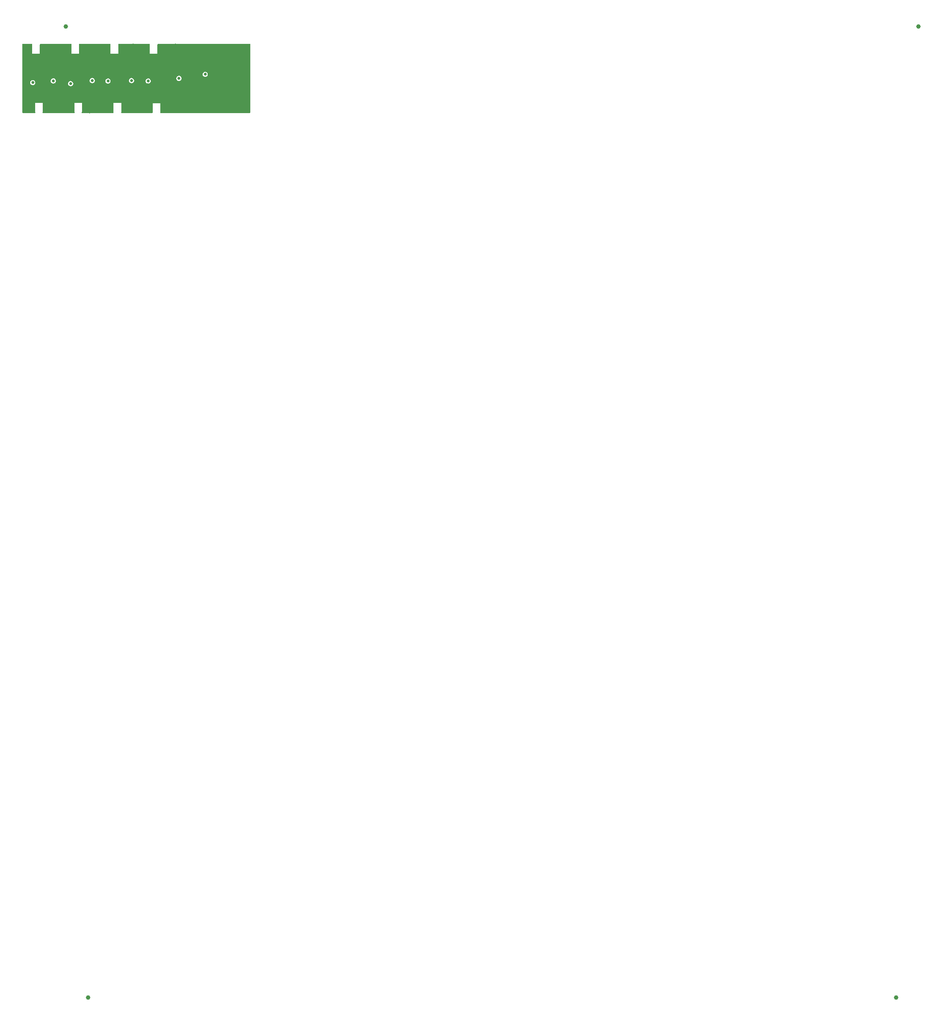
<source format=gbl>
G04 Layer: BottomLayer*
G04 EasyEDA v6.4.25, 2021-09-22T10:20:37+05:30*
G04 774fefb5d2d343239ab63bc48f8a28e3,f7b9aed3ca5c4f10b20383f968238e49,10*
G04 Gerber Generator version 0.2*
G04 Scale: 100 percent, Rotated: No, Reflected: No *
G04 Dimensions in inches *
G04 leading zeros omitted , absolute positions ,3 integer and 6 decimal *
%FSLAX36Y36*%
%MOIN*%

%ADD14C,0.0250*%
%ADD26C,0.0394*%

%LPD*%
G36*
X13839Y9840D02*
G01*
X12320Y10140D01*
X11020Y11020D01*
X10140Y12320D01*
X9840Y13839D01*
X9840Y615720D01*
X10140Y617260D01*
X11020Y618540D01*
X12320Y619420D01*
X13839Y619720D01*
X91780Y619720D01*
X93280Y619420D01*
X94560Y618600D01*
X95420Y617340D01*
X95760Y615860D01*
X95200Y612660D01*
X95200Y550600D01*
X95399Y549200D01*
X95399Y533100D01*
X95800Y532720D01*
X100900Y532720D01*
X102300Y532920D01*
X162399Y532920D01*
X163320Y533540D01*
X163400Y533900D01*
X163400Y611600D01*
X163560Y612700D01*
X164020Y613720D01*
X163500Y615300D01*
X163680Y616960D01*
X164500Y618400D01*
X165859Y619380D01*
X167480Y619720D01*
X437400Y619720D01*
X438900Y619420D01*
X440180Y618600D01*
X441040Y617340D01*
X441400Y615860D01*
X441160Y614360D01*
X440840Y613500D01*
X440680Y612280D01*
X440680Y550240D01*
X440880Y548840D01*
X440880Y532740D01*
X441280Y532340D01*
X446400Y532340D01*
X447800Y532540D01*
X507900Y532540D01*
X508820Y533180D01*
X508880Y533540D01*
X508880Y611220D01*
X509040Y612320D01*
X509400Y613500D01*
X508760Y615100D01*
X508860Y616800D01*
X509680Y618320D01*
X511040Y619360D01*
X512720Y619720D01*
X782980Y619720D01*
X784479Y619420D01*
X785759Y618600D01*
X786640Y617340D01*
X786979Y615860D01*
X786740Y614360D01*
X786460Y613600D01*
X786320Y612400D01*
X786320Y550340D01*
X786520Y548940D01*
X786520Y532840D01*
X786900Y532460D01*
X792020Y532460D01*
X793420Y532660D01*
X853520Y532660D01*
X854440Y533280D01*
X854520Y533640D01*
X854520Y611320D01*
X854659Y612440D01*
X855080Y613500D01*
X854460Y615100D01*
X854560Y616800D01*
X855380Y618320D01*
X856740Y619360D01*
X858420Y619720D01*
X1127980Y619720D01*
X1129480Y619420D01*
X1130760Y618600D01*
X1131620Y617340D01*
X1131980Y615860D01*
X1131560Y613080D01*
X1131560Y551040D01*
X1131760Y549640D01*
X1131760Y533540D01*
X1132160Y533140D01*
X1137260Y533140D01*
X1138660Y533340D01*
X1198760Y533340D01*
X1199680Y533960D01*
X1199760Y534340D01*
X1199760Y612020D01*
X1199920Y613120D01*
X1200360Y614140D01*
X1200200Y614880D01*
X1200220Y616660D01*
X1201000Y618240D01*
X1202400Y619320D01*
X1204120Y619720D01*
X2013360Y619720D01*
X2014880Y619420D01*
X2016180Y618540D01*
X2017060Y617260D01*
X2017360Y615720D01*
X2017360Y13839D01*
X2017060Y12320D01*
X2016180Y11020D01*
X2014880Y10140D01*
X2013360Y9840D01*
X1228380Y9840D01*
X1226720Y10200D01*
X1225360Y11220D01*
X1224540Y12720D01*
X1224440Y14420D01*
X1225100Y16379D01*
X1225100Y94060D01*
X1225260Y95140D01*
X1225680Y96140D01*
X1225420Y96199D01*
X1209420Y96199D01*
X1207220Y96700D01*
X1157340Y96700D01*
X1157060Y96340D01*
X1156900Y95140D01*
X1156900Y33080D01*
X1157100Y31680D01*
X1157100Y15580D01*
X1157300Y14620D01*
X1157260Y12880D01*
X1156460Y11299D01*
X1155080Y10220D01*
X1153380Y9840D01*
X882720Y9840D01*
X881200Y10140D01*
X879900Y11020D01*
X879020Y12320D01*
X878720Y13839D01*
X879020Y15380D01*
X880300Y17180D01*
X880380Y17540D01*
X880380Y95220D01*
X880520Y96300D01*
X880939Y97300D01*
X864700Y97340D01*
X862480Y97840D01*
X812620Y97840D01*
X812320Y97500D01*
X812180Y96300D01*
X812180Y34240D01*
X812380Y32840D01*
X812380Y16740D01*
X813280Y14460D01*
X813180Y12760D01*
X812380Y11240D01*
X811000Y10220D01*
X809320Y9840D01*
X534780Y9840D01*
X533160Y10200D01*
X531800Y11180D01*
X530980Y12620D01*
X530800Y14300D01*
X531340Y15880D01*
X532460Y17100D01*
X535060Y18160D01*
X535320Y18820D01*
X535320Y96500D01*
X535480Y97579D01*
X535900Y98580D01*
X535640Y98640D01*
X519660Y98640D01*
X517440Y99140D01*
X467560Y99140D01*
X467280Y98780D01*
X467120Y97579D01*
X467120Y35520D01*
X467320Y34120D01*
X467320Y18020D01*
X467400Y17680D01*
X468820Y16920D01*
X469840Y15640D01*
X470260Y14080D01*
X470020Y12480D01*
X469180Y11100D01*
X467860Y10180D01*
X466260Y9840D01*
X189640Y9840D01*
X188039Y10180D01*
X186700Y11140D01*
X185859Y12540D01*
X185660Y14180D01*
X186140Y15740D01*
X187200Y17000D01*
X189040Y17980D01*
X189300Y18640D01*
X189300Y96340D01*
X189460Y97400D01*
X189880Y98400D01*
X189620Y98460D01*
X173640Y98460D01*
X171420Y98960D01*
X121540Y98960D01*
X121260Y98620D01*
X121100Y97400D01*
X121100Y35340D01*
X121300Y33960D01*
X121300Y17840D01*
X123059Y15960D01*
X123620Y14360D01*
X123480Y12680D01*
X122660Y11200D01*
X121300Y10200D01*
X119660Y9840D01*
G37*

%LPC*%
G36*
X283060Y269680D02*
G01*
X286880Y270180D01*
X290560Y271300D01*
X294000Y273040D01*
X297100Y275320D01*
X299760Y278100D01*
X301900Y281280D01*
X303500Y284800D01*
X304460Y288520D01*
X304780Y292340D01*
X304460Y296180D01*
X303500Y299900D01*
X301900Y303420D01*
X299760Y306600D01*
X297100Y309380D01*
X294000Y311660D01*
X290560Y313400D01*
X286880Y314520D01*
X283060Y315020D01*
X279220Y314840D01*
X275460Y314040D01*
X271900Y312600D01*
X268620Y310580D01*
X265720Y308040D01*
X263300Y305060D01*
X261439Y301700D01*
X260159Y298060D01*
X259500Y294280D01*
X259500Y290420D01*
X260159Y286640D01*
X261439Y283000D01*
X263300Y279640D01*
X265720Y276660D01*
X268620Y274100D01*
X271900Y272100D01*
X275460Y270660D01*
X279220Y269840D01*
G37*
G36*
X1621440Y327819D02*
G01*
X1625260Y328300D01*
X1628940Y329440D01*
X1632380Y331160D01*
X1635480Y333459D01*
X1638140Y336240D01*
X1640300Y339420D01*
X1641879Y342920D01*
X1642840Y346640D01*
X1643180Y350480D01*
X1642840Y354320D01*
X1641879Y358040D01*
X1640300Y361540D01*
X1638140Y364739D01*
X1635480Y367520D01*
X1632380Y369799D01*
X1628940Y371540D01*
X1625260Y372660D01*
X1621440Y373140D01*
X1617600Y372980D01*
X1613839Y372180D01*
X1610280Y370740D01*
X1607000Y368720D01*
X1604100Y366180D01*
X1601699Y363180D01*
X1599820Y359820D01*
X1598540Y356200D01*
X1597880Y352400D01*
X1597880Y348560D01*
X1598540Y344760D01*
X1599820Y341140D01*
X1601699Y337780D01*
X1604100Y334780D01*
X1607000Y332239D01*
X1610280Y330220D01*
X1613839Y328800D01*
X1617600Y327980D01*
G37*
G36*
X1390380Y292220D02*
G01*
X1394180Y292700D01*
X1397860Y293840D01*
X1401300Y295560D01*
X1404400Y297860D01*
X1407060Y300620D01*
X1409220Y303820D01*
X1410800Y307320D01*
X1411759Y311040D01*
X1412100Y314880D01*
X1411759Y318720D01*
X1410800Y322440D01*
X1409220Y325940D01*
X1407060Y329140D01*
X1404400Y331900D01*
X1401300Y334200D01*
X1397860Y335920D01*
X1394180Y337060D01*
X1390380Y337540D01*
X1386519Y337380D01*
X1382760Y336580D01*
X1379199Y335140D01*
X1375920Y333120D01*
X1373040Y330580D01*
X1370620Y327580D01*
X1368740Y324219D01*
X1367460Y320600D01*
X1366800Y316800D01*
X1366800Y312960D01*
X1367460Y309160D01*
X1368740Y305540D01*
X1370620Y302180D01*
X1373040Y299180D01*
X1375920Y296640D01*
X1379199Y294620D01*
X1382760Y293180D01*
X1386519Y292380D01*
G37*
G36*
X626200Y272580D02*
G01*
X630020Y273060D01*
X633700Y274200D01*
X637120Y275920D01*
X640220Y278220D01*
X642880Y280980D01*
X645040Y284180D01*
X646620Y287680D01*
X647600Y291400D01*
X647920Y295240D01*
X647600Y299080D01*
X646620Y302800D01*
X645040Y306300D01*
X642880Y309500D01*
X640220Y312260D01*
X637120Y314560D01*
X633700Y316280D01*
X630020Y317420D01*
X626200Y317900D01*
X622360Y317740D01*
X618580Y316940D01*
X615020Y315500D01*
X611740Y313480D01*
X608860Y310940D01*
X606440Y307940D01*
X604560Y304580D01*
X603280Y300960D01*
X602620Y297160D01*
X602620Y293320D01*
X603280Y289520D01*
X604560Y285900D01*
X606440Y282540D01*
X608860Y279540D01*
X611740Y277000D01*
X615020Y274980D01*
X618580Y273540D01*
X622360Y272740D01*
G37*
G36*
X435900Y245960D02*
G01*
X439700Y246460D01*
X443380Y247580D01*
X446820Y249320D01*
X449920Y251600D01*
X452580Y254380D01*
X454739Y257560D01*
X456320Y261080D01*
X457280Y264800D01*
X457620Y268640D01*
X457280Y272460D01*
X456320Y276180D01*
X454739Y279700D01*
X452580Y282880D01*
X449920Y285660D01*
X446820Y287940D01*
X443380Y289680D01*
X439700Y290800D01*
X435900Y291300D01*
X432040Y291140D01*
X428280Y290320D01*
X424720Y288880D01*
X421440Y286880D01*
X418560Y284320D01*
X416140Y281340D01*
X414260Y277980D01*
X412980Y274340D01*
X412320Y270560D01*
X412320Y266700D01*
X412980Y262920D01*
X414260Y259280D01*
X416140Y255920D01*
X418560Y252940D01*
X421440Y250400D01*
X424720Y248380D01*
X428280Y246940D01*
X432040Y246140D01*
G37*
G36*
X101340Y254820D02*
G01*
X105140Y255320D01*
X108820Y256439D01*
X112260Y258180D01*
X115360Y260460D01*
X118020Y263240D01*
X120180Y266420D01*
X121760Y269940D01*
X122720Y273660D01*
X123059Y277480D01*
X122720Y281320D01*
X121760Y285040D01*
X120180Y288560D01*
X118020Y291740D01*
X115360Y294520D01*
X112260Y296800D01*
X108820Y298540D01*
X105140Y299660D01*
X101340Y300160D01*
X97480Y299980D01*
X93720Y299180D01*
X90160Y297740D01*
X86880Y295720D01*
X84000Y293180D01*
X81580Y290200D01*
X79700Y286840D01*
X78420Y283200D01*
X77760Y279420D01*
X77760Y275560D01*
X78420Y271780D01*
X79700Y268140D01*
X81580Y264780D01*
X84000Y261800D01*
X86880Y259240D01*
X90160Y257240D01*
X93720Y255799D01*
X97480Y254980D01*
G37*
G36*
X764940Y268740D02*
G01*
X768760Y269240D01*
X772440Y270360D01*
X775860Y272100D01*
X778960Y274380D01*
X781620Y277160D01*
X783780Y280340D01*
X785360Y283860D01*
X786340Y287580D01*
X786660Y291420D01*
X786340Y295240D01*
X785360Y298960D01*
X783780Y302480D01*
X781620Y305660D01*
X778960Y308440D01*
X775860Y310720D01*
X772440Y312460D01*
X768760Y313580D01*
X764940Y314080D01*
X761100Y313920D01*
X757320Y313100D01*
X753760Y311660D01*
X750480Y309660D01*
X747600Y307100D01*
X745180Y304120D01*
X743300Y300760D01*
X742020Y297120D01*
X741360Y293340D01*
X741360Y289480D01*
X742020Y285700D01*
X743300Y282060D01*
X745180Y278700D01*
X747600Y275720D01*
X750480Y273180D01*
X753760Y271160D01*
X757320Y269720D01*
X761100Y268920D01*
G37*
G36*
X1119360Y268740D02*
G01*
X1123180Y269240D01*
X1126860Y270360D01*
X1130280Y272100D01*
X1133380Y274380D01*
X1136040Y277160D01*
X1138200Y280340D01*
X1139780Y283860D01*
X1140760Y287580D01*
X1141080Y291420D01*
X1140760Y295240D01*
X1139780Y298960D01*
X1138200Y302480D01*
X1136040Y305660D01*
X1133380Y308440D01*
X1130280Y310720D01*
X1126860Y312460D01*
X1123180Y313580D01*
X1119360Y314080D01*
X1115520Y313920D01*
X1111740Y313100D01*
X1108180Y311660D01*
X1104900Y309660D01*
X1102020Y307100D01*
X1099600Y304120D01*
X1097720Y300760D01*
X1096440Y297120D01*
X1095780Y293340D01*
X1095780Y289480D01*
X1096440Y285700D01*
X1097720Y282060D01*
X1099600Y278700D01*
X1102020Y275720D01*
X1104900Y273180D01*
X1108180Y271160D01*
X1111740Y269720D01*
X1115520Y268920D01*
G37*
G36*
X972180Y272540D02*
G01*
X975980Y273020D01*
X979659Y274160D01*
X983100Y275880D01*
X986200Y278180D01*
X988860Y280940D01*
X991020Y284140D01*
X992600Y287640D01*
X993560Y291360D01*
X993900Y295200D01*
X993560Y299040D01*
X992600Y302760D01*
X991020Y306260D01*
X988860Y309460D01*
X986200Y312220D01*
X983100Y314520D01*
X979659Y316240D01*
X975980Y317380D01*
X972180Y317860D01*
X968319Y317700D01*
X964560Y316900D01*
X961000Y315460D01*
X957720Y313440D01*
X954820Y310900D01*
X952420Y307900D01*
X950540Y304540D01*
X949260Y300920D01*
X948600Y297120D01*
X948600Y293280D01*
X949260Y289480D01*
X950540Y285860D01*
X952420Y282500D01*
X954820Y279500D01*
X957720Y276960D01*
X961000Y274940D01*
X964560Y273500D01*
X968319Y272700D01*
G37*

%LPD*%
D26*
G01*
X393001Y771652D03*
G01*
X7907593Y771652D03*
G01*
X589852Y-7783678D03*
G01*
X7710743Y-7783678D03*
D14*
G01*
X314960Y401574D03*
G01*
X285255Y356176D03*
G01*
X165354Y393700D03*
G01*
X259842Y69924D03*
G01*
X47244Y69924D03*
G01*
X232283Y560019D03*
G01*
X31496Y560019D03*
G01*
X393700Y70194D03*
G01*
X606298Y70194D03*
G01*
X511810Y389763D03*
G01*
X661416Y401574D03*
G01*
X618108Y334645D03*
G01*
X858265Y385826D03*
G01*
X1003935Y401574D03*
G01*
X964564Y334511D03*
G01*
X952753Y69790D03*
G01*
X741846Y69790D03*
G01*
X926527Y560140D03*
G01*
X715619Y560140D03*
G01*
X1060786Y559621D03*
G01*
X1271694Y559621D03*
G01*
X1357555Y401574D03*
G01*
X1324284Y336500D03*
G01*
X1296554Y69890D03*
G01*
X1085646Y69890D03*
G01*
X1498534Y89438D03*
G01*
X1743681Y348618D03*
G01*
X1668200Y455113D03*
G01*
X1791790Y91592D03*
G01*
X1705140Y131941D03*
G01*
X1822831Y287368D03*
G01*
X1909929Y51181D03*
G01*
X282104Y292348D03*
G01*
X1389407Y314880D03*
G01*
X625232Y295240D03*
G01*
X971208Y295199D03*
G01*
X100368Y277488D03*
G01*
X434928Y268632D03*
G01*
X763971Y291412D03*
G01*
X1118391Y291412D03*
G01*
X1620486Y350482D03*
G01*
X1208966Y391831D03*
G01*
X1518089Y322916D03*
G01*
X43340Y497228D03*
G01*
X72890Y470042D03*
G01*
X177694Y470042D03*
G01*
X214729Y492106D03*
G01*
X241916Y525596D03*
G01*
X88650Y426308D03*
G01*
X177694Y428278D03*
G01*
X89832Y382968D03*
G01*
X99288Y350660D03*
G01*
X114260Y228520D03*
G01*
X114654Y193060D03*
G01*
X105198Y157206D03*
G01*
X204092Y156024D03*
G01*
X200152Y193454D03*
G01*
X199758Y236006D03*
G01*
X60282Y132778D03*
G01*
X245856Y130414D03*
G01*
X274618Y102834D03*
G01*
X44916Y30338D03*
G01*
X264374Y30338D03*
G01*
X88256Y314412D03*
G01*
X343174Y334900D03*
G01*
X214729Y450736D03*
G01*
X254918Y452312D03*
G01*
X310471Y444432D03*
G01*
X342779Y364450D03*
G01*
X393211Y31520D03*
G01*
X411730Y141051D03*
G01*
X451129Y155235D03*
G01*
X452311Y194636D03*
G01*
X453888Y231672D03*
G01*
X602820Y19700D03*
G01*
X582725Y143810D03*
G01*
X545689Y182028D03*
G01*
X544901Y219064D03*
G01*
X552782Y243097D03*
G01*
X662707Y356176D03*
G01*
X663890Y451918D03*
G01*
X618974Y453099D03*
G01*
X574846Y454282D03*
G01*
X520868Y428278D03*
G01*
X521655Y467283D03*
G01*
X555145Y497228D03*
G01*
X581938Y529142D03*
G01*
X586272Y566572D03*
G01*
X584302Y600850D03*
G01*
X361298Y600850D03*
G01*
X362874Y565784D03*
G01*
X362874Y520080D03*
G01*
X386514Y482256D03*
G01*
X421579Y467283D03*
G01*
X427096Y425126D03*
G01*
X429460Y377058D03*
G01*
X431430Y340022D03*
G01*
X376664Y289196D03*
G01*
X376269Y351842D03*
G01*
X344356Y423944D03*
G01*
X297470Y538992D03*
G01*
X276194Y504714D03*
G01*
X339627Y491712D03*
G01*
X274618Y232854D03*
G01*
X349478Y234824D03*
G01*
X388877Y201334D03*
G01*
X335293Y159963D03*
G01*
X285255Y182816D03*
G01*
X319534Y206456D03*
G01*
X302986Y128443D03*
G01*
X745841Y136718D03*
G01*
X785242Y148931D03*
G01*
X806518Y200545D03*
G01*
X803759Y237582D03*
G01*
X892410Y227732D03*
G01*
X892410Y186756D03*
G01*
X900684Y149720D03*
G01*
X942842Y135930D03*
G01*
X969240Y104804D03*
G01*
X735203Y28368D03*
G01*
X961754Y34672D03*
G01*
X709200Y598092D03*
G01*
X711564Y515746D03*
G01*
X734416Y479891D03*
G01*
X768694Y457040D03*
G01*
X773422Y424338D03*
G01*
X771452Y387301D03*
G01*
X776574Y347902D03*
G01*
X862860Y418822D03*
G01*
X867981Y462162D03*
G01*
X894380Y485014D03*
G01*
X928658Y518504D03*
G01*
X925506Y602820D03*
G01*
X906988Y449947D03*
G01*
X957026Y457040D03*
G01*
X998002Y449947D03*
G01*
X1020066Y371148D03*
G01*
X953085Y238369D03*
G01*
X1086258Y30338D03*
G01*
X1086258Y107956D03*
G01*
X1101624Y143022D03*
G01*
X1137083Y160358D03*
G01*
X1142206Y201334D03*
G01*
X1143388Y236793D03*
G01*
X1114231Y257282D03*
G01*
X1235584Y238764D03*
G01*
X1235584Y204880D03*
G01*
X1245828Y161934D03*
G01*
X1278530Y136718D03*
G01*
X1304140Y109532D03*
G01*
X1302170Y24428D03*
G01*
X1278135Y240734D03*
G01*
X1365210Y358934D03*
G01*
X1358117Y446795D03*
G01*
X1315171Y456251D03*
G01*
X1290743Y507078D03*
G01*
X1209186Y435370D03*
G01*
X1215884Y468859D03*
G01*
X1261194Y493288D03*
G01*
X1302563Y537809D03*
G01*
X1053949Y595334D03*
G01*
X1056708Y520868D03*
G01*
X1080347Y484619D03*
G01*
X1110292Y468859D03*
G01*
X1124082Y434582D03*
G01*
X1121323Y388090D03*
G01*
X1079954Y365632D03*
G01*
X1050797Y402668D03*
G01*
X1027158Y494076D03*
G01*
X1118960Y354206D03*
G01*
X1274590Y599274D03*
G01*
X1058283Y205273D03*
G01*
X1056313Y261222D03*
G01*
X990122Y206062D03*
G01*
X1047252Y144992D03*
G01*
X711169Y359328D03*
G01*
X709987Y416852D03*
G01*
X663102Y514170D03*
G01*
X640250Y550417D03*
G01*
X612670Y518898D03*
G01*
X678467Y542932D03*
G01*
X1335266Y536233D03*
G01*
X1400275Y537416D03*
G01*
X1369150Y500380D03*
G01*
X1327779Y489347D03*
G01*
X1437311Y594152D03*
G01*
X1390032Y462162D03*
G01*
X1422339Y358540D03*
G01*
X1384910Y137899D03*
G01*
X1334478Y139082D03*
G01*
X1297442Y203304D03*
G01*
X1477894Y241521D03*
G01*
X1528719Y242704D03*
G01*
X1562210Y236006D03*
G01*
X1577576Y149720D03*
G01*
X1382545Y24428D03*
G01*
X1397518Y64221D03*
G01*
X1436918Y29944D03*
G01*
X1520445Y30732D03*
G01*
X1586244Y32308D03*
G01*
X1641798Y27974D03*
G01*
X1695382Y29944D03*
G01*
X1787577Y141840D03*
G01*
X1647707Y250584D03*
G01*
X1824614Y398728D03*
G01*
X1825401Y362874D03*
G01*
X1862832Y27580D03*
G01*
X1969605Y29944D03*
G01*
X1999155Y65404D03*
G01*
X1998368Y109532D03*
G01*
X1995610Y159963D03*
G01*
X1997186Y237582D03*
G01*
X1996398Y367996D03*
G01*
X1995216Y418034D03*
G01*
X1992458Y542932D03*
G01*
X1699716Y605184D03*
G01*
X1637858Y604790D03*
G01*
X1576394Y604790D03*
G01*
X1537782Y573270D03*
G01*
X1477894Y601244D03*
G01*
X1367180Y555934D03*
G01*
X1392790Y423156D03*
G01*
X25216Y602426D03*
G01*
X27186Y462162D03*
G01*
X26004Y419610D03*
G01*
X25610Y374693D03*
G01*
X26004Y318351D03*
G01*
X26004Y267132D03*
G01*
X25216Y214336D03*
G01*
X24822Y156418D03*
G01*
X25610Y100076D03*
G01*
X63040Y185968D03*
G01*
X60282Y252948D03*
G01*
X81164Y223004D03*
G01*
X60282Y362085D03*
G01*
X248220Y178088D03*
G01*
X384150Y159176D03*
G01*
X407396Y233248D03*
G01*
X319140Y92984D03*
G01*
X360116Y57917D03*
G01*
X234430Y605184D03*
G01*
X1358117Y607548D03*
G01*
X985000Y607154D03*
G01*
X643008Y606366D03*
G01*
X289590Y606366D03*
M02*

</source>
